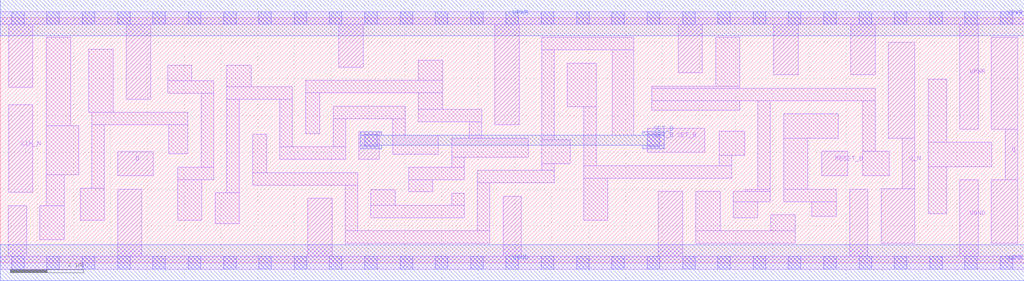
<source format=lef>
# Copyright 2020 The SkyWater PDK Authors
#
# Licensed under the Apache License, Version 2.0 (the "License");
# you may not use this file except in compliance with the License.
# You may obtain a copy of the License at
#
#     https://www.apache.org/licenses/LICENSE-2.0
#
# Unless required by applicable law or agreed to in writing, software
# distributed under the License is distributed on an "AS IS" BASIS,
# WITHOUT WARRANTIES OR CONDITIONS OF ANY KIND, either express or implied.
# See the License for the specific language governing permissions and
# limitations under the License.
#
# SPDX-License-Identifier: Apache-2.0

VERSION 5.7 ;
  NAMESCASESENSITIVE ON ;
  NOWIREEXTENSIONATPIN ON ;
  DIVIDERCHAR "/" ;
  BUSBITCHARS "[]" ;
UNITS
  DATABASE MICRONS 200 ;
END UNITS
MACRO sky130_fd_sc_lp__dfbbn_1
  CLASS CORE ;
  SOURCE USER ;
  FOREIGN sky130_fd_sc_lp__dfbbn_1 ;
  ORIGIN  0.000000  0.000000 ;
  SIZE  13.92000 BY  3.330000 ;
  SYMMETRY X Y R90 ;
  SITE unit ;
  PIN D
    ANTENNAGATEAREA  0.126000 ;
    DIRECTION INPUT ;
    USE SIGNAL ;
    PORT
      LAYER li1 ;
        RECT 1.595000 1.180000 2.080000 1.510000 ;
    END
  END D
  PIN Q
    ANTENNADIFFAREA  0.598500 ;
    DIRECTION OUTPUT ;
    USE SIGNAL ;
    PORT
      LAYER li1 ;
        RECT 13.475000 0.265000 13.830000 1.125000 ;
        RECT 13.475000 1.815000 13.830000 3.065000 ;
        RECT 13.660000 1.125000 13.830000 1.815000 ;
    END
  END Q
  PIN Q_N
    ANTENNADIFFAREA  0.585900 ;
    DIRECTION OUTPUT ;
    USE SIGNAL ;
    PORT
      LAYER li1 ;
        RECT 11.975000 0.265000 12.435000 1.005000 ;
        RECT 12.075000 1.695000 12.435000 2.995000 ;
        RECT 12.265000 1.005000 12.435000 1.695000 ;
    END
  END Q_N
  PIN RESET_B
    ANTENNAGATEAREA  0.159000 ;
    DIRECTION INPUT ;
    USE SIGNAL ;
    PORT
      LAYER li1 ;
        RECT 11.165000 1.180000 11.520000 1.515000 ;
    END
  END RESET_B
  PIN SET_B
    ANTENNAGATEAREA  0.444000 ;
    DIRECTION INPUT ;
    USE SIGNAL ;
    PORT
      LAYER li1 ;
        RECT 4.875000 1.405000 5.155000 1.780000 ;
        RECT 8.795000 1.500000 9.580000 1.830000 ;
      LAYER mcon ;
        RECT 4.955000 1.580000 5.125000 1.750000 ;
        RECT 8.795000 1.580000 8.965000 1.750000 ;
      LAYER met1 ;
        RECT 4.895000 1.550000 5.185000 1.595000 ;
        RECT 4.895000 1.595000 9.025000 1.735000 ;
        RECT 4.895000 1.735000 5.185000 1.780000 ;
        RECT 8.735000 1.550000 9.025000 1.595000 ;
        RECT 8.735000 1.735000 9.025000 1.780000 ;
    END
  END SET_B
  PIN CLK_N
    ANTENNAGATEAREA  0.159000 ;
    DIRECTION INPUT ;
    USE CLOCK ;
    PORT
      LAYER li1 ;
        RECT 0.115000 0.955000 0.445000 2.150000 ;
    END
  END CLK_N
  PIN VGND
    DIRECTION INOUT ;
    USE GROUND ;
    PORT
      LAYER li1 ;
        RECT  0.000000 -0.085000 13.920000 0.085000 ;
        RECT  0.110000  0.085000  0.360000 0.775000 ;
        RECT  1.595000  0.085000  1.925000 1.000000 ;
        RECT  4.180000  0.085000  4.510000 0.875000 ;
        RECT  6.835000  0.085000  7.085000 0.905000 ;
        RECT  8.945000  0.085000  9.275000 0.970000 ;
        RECT 11.545000  0.085000 11.795000 1.000000 ;
        RECT 13.045000  0.085000 13.295000 1.125000 ;
      LAYER mcon ;
        RECT  0.155000 -0.085000  0.325000 0.085000 ;
        RECT  0.635000 -0.085000  0.805000 0.085000 ;
        RECT  1.115000 -0.085000  1.285000 0.085000 ;
        RECT  1.595000 -0.085000  1.765000 0.085000 ;
        RECT  2.075000 -0.085000  2.245000 0.085000 ;
        RECT  2.555000 -0.085000  2.725000 0.085000 ;
        RECT  3.035000 -0.085000  3.205000 0.085000 ;
        RECT  3.515000 -0.085000  3.685000 0.085000 ;
        RECT  3.995000 -0.085000  4.165000 0.085000 ;
        RECT  4.475000 -0.085000  4.645000 0.085000 ;
        RECT  4.955000 -0.085000  5.125000 0.085000 ;
        RECT  5.435000 -0.085000  5.605000 0.085000 ;
        RECT  5.915000 -0.085000  6.085000 0.085000 ;
        RECT  6.395000 -0.085000  6.565000 0.085000 ;
        RECT  6.875000 -0.085000  7.045000 0.085000 ;
        RECT  7.355000 -0.085000  7.525000 0.085000 ;
        RECT  7.835000 -0.085000  8.005000 0.085000 ;
        RECT  8.315000 -0.085000  8.485000 0.085000 ;
        RECT  8.795000 -0.085000  8.965000 0.085000 ;
        RECT  9.275000 -0.085000  9.445000 0.085000 ;
        RECT  9.755000 -0.085000  9.925000 0.085000 ;
        RECT 10.235000 -0.085000 10.405000 0.085000 ;
        RECT 10.715000 -0.085000 10.885000 0.085000 ;
        RECT 11.195000 -0.085000 11.365000 0.085000 ;
        RECT 11.675000 -0.085000 11.845000 0.085000 ;
        RECT 12.155000 -0.085000 12.325000 0.085000 ;
        RECT 12.635000 -0.085000 12.805000 0.085000 ;
        RECT 13.115000 -0.085000 13.285000 0.085000 ;
        RECT 13.595000 -0.085000 13.765000 0.085000 ;
      LAYER met1 ;
        RECT 0.000000 -0.245000 13.920000 0.245000 ;
    END
  END VGND
  PIN VPWR
    DIRECTION INOUT ;
    USE POWER ;
    PORT
      LAYER li1 ;
        RECT  0.000000 3.245000 13.920000 3.415000 ;
        RECT  0.115000 2.385000  0.445000 3.245000 ;
        RECT  1.715000 2.225000  2.045000 3.245000 ;
        RECT  4.605000 2.660000  4.935000 3.245000 ;
        RECT  6.725000 1.875000  7.055000 3.245000 ;
        RECT  9.215000 2.580000  9.545000 3.245000 ;
        RECT 10.515000 2.555000 10.845000 3.245000 ;
        RECT 11.565000 2.555000 11.895000 3.245000 ;
        RECT 13.045000 1.815000 13.295000 3.245000 ;
      LAYER mcon ;
        RECT  0.155000 3.245000  0.325000 3.415000 ;
        RECT  0.635000 3.245000  0.805000 3.415000 ;
        RECT  1.115000 3.245000  1.285000 3.415000 ;
        RECT  1.595000 3.245000  1.765000 3.415000 ;
        RECT  2.075000 3.245000  2.245000 3.415000 ;
        RECT  2.555000 3.245000  2.725000 3.415000 ;
        RECT  3.035000 3.245000  3.205000 3.415000 ;
        RECT  3.515000 3.245000  3.685000 3.415000 ;
        RECT  3.995000 3.245000  4.165000 3.415000 ;
        RECT  4.475000 3.245000  4.645000 3.415000 ;
        RECT  4.955000 3.245000  5.125000 3.415000 ;
        RECT  5.435000 3.245000  5.605000 3.415000 ;
        RECT  5.915000 3.245000  6.085000 3.415000 ;
        RECT  6.395000 3.245000  6.565000 3.415000 ;
        RECT  6.875000 3.245000  7.045000 3.415000 ;
        RECT  7.355000 3.245000  7.525000 3.415000 ;
        RECT  7.835000 3.245000  8.005000 3.415000 ;
        RECT  8.315000 3.245000  8.485000 3.415000 ;
        RECT  8.795000 3.245000  8.965000 3.415000 ;
        RECT  9.275000 3.245000  9.445000 3.415000 ;
        RECT  9.755000 3.245000  9.925000 3.415000 ;
        RECT 10.235000 3.245000 10.405000 3.415000 ;
        RECT 10.715000 3.245000 10.885000 3.415000 ;
        RECT 11.195000 3.245000 11.365000 3.415000 ;
        RECT 11.675000 3.245000 11.845000 3.415000 ;
        RECT 12.155000 3.245000 12.325000 3.415000 ;
        RECT 12.635000 3.245000 12.805000 3.415000 ;
        RECT 13.115000 3.245000 13.285000 3.415000 ;
        RECT 13.595000 3.245000 13.765000 3.415000 ;
      LAYER met1 ;
        RECT 0.000000 3.085000 13.920000 3.575000 ;
    END
  END VPWR
  OBS
    LAYER li1 ;
      RECT  0.540000 0.315000  0.870000 0.775000 ;
      RECT  0.625000 0.775000  0.870000 1.195000 ;
      RECT  0.625000 1.195000  1.065000 1.865000 ;
      RECT  0.625000 1.865000  0.955000 3.065000 ;
      RECT  1.085000 0.575000  1.415000 1.015000 ;
      RECT  1.205000 2.045000  1.535000 2.905000 ;
      RECT  1.245000 1.015000  1.415000 1.875000 ;
      RECT  1.245000 1.875000  2.550000 2.045000 ;
      RECT  2.275000 2.305000  2.900000 2.475000 ;
      RECT  2.275000 2.475000  2.605000 2.685000 ;
      RECT  2.290000 1.480000  2.550000 1.875000 ;
      RECT  2.410000 0.575000  2.740000 1.130000 ;
      RECT  2.410000 1.130000  2.900000 1.300000 ;
      RECT  2.730000 1.300000  2.900000 2.305000 ;
      RECT  2.920000 0.530000  3.250000 0.950000 ;
      RECT  3.080000 0.950000  3.250000 2.225000 ;
      RECT  3.080000 2.225000  3.970000 2.395000 ;
      RECT  3.080000 2.395000  3.410000 2.685000 ;
      RECT  3.430000 1.055000  4.860000 1.225000 ;
      RECT  3.430000 1.225000  3.620000 1.750000 ;
      RECT  3.800000 1.405000  4.695000 1.575000 ;
      RECT  3.800000 1.575000  3.970000 2.225000 ;
      RECT  4.150000 1.755000  4.345000 2.310000 ;
      RECT  4.150000 2.310000  6.015000 2.480000 ;
      RECT  4.525000 1.575000  4.695000 1.960000 ;
      RECT  4.525000 1.960000  5.505000 2.130000 ;
      RECT  4.690000 0.265000  6.655000 0.435000 ;
      RECT  4.690000 0.435000  4.860000 1.055000 ;
      RECT  5.040000 0.615000  6.305000 0.785000 ;
      RECT  5.040000 0.785000  5.370000 0.990000 ;
      RECT  5.335000 1.475000  5.955000 1.735000 ;
      RECT  5.335000 1.735000  5.505000 1.960000 ;
      RECT  5.550000 0.965000  5.880000 1.125000 ;
      RECT  5.550000 1.125000  6.305000 1.295000 ;
      RECT  5.685000 1.915000  6.545000 2.085000 ;
      RECT  5.685000 2.085000  6.015000 2.310000 ;
      RECT  5.685000 2.480000  6.015000 2.755000 ;
      RECT  6.135000 0.785000  6.305000 0.945000 ;
      RECT  6.135000 1.295000  6.305000 1.435000 ;
      RECT  6.135000 1.435000  7.180000 1.695000 ;
      RECT  6.375000 1.695000  6.545000 1.915000 ;
      RECT  6.485000 0.435000  6.655000 1.085000 ;
      RECT  6.485000 1.085000  7.530000 1.255000 ;
      RECT  7.360000 1.255000  7.530000 1.345000 ;
      RECT  7.360000 1.345000  7.750000 1.675000 ;
      RECT  7.360000 1.675000  7.530000 2.895000 ;
      RECT  7.360000 2.895000  8.615000 3.065000 ;
      RECT  7.710000 2.120000  8.100000 2.715000 ;
      RECT  7.930000 0.575000  8.260000 1.150000 ;
      RECT  7.930000 1.150000  9.945000 1.320000 ;
      RECT  7.930000 1.320000  8.100000 2.120000 ;
      RECT  8.320000 1.730000  8.615000 2.895000 ;
      RECT  8.860000 2.070000 10.055000 2.205000 ;
      RECT  8.860000 2.205000 11.895000 2.375000 ;
      RECT  8.860000 2.375000 10.055000 2.400000 ;
      RECT  9.455000 0.265000 10.805000 0.435000 ;
      RECT  9.455000 0.435000  9.785000 0.970000 ;
      RECT  9.725000 2.400000 10.055000 3.065000 ;
      RECT  9.775000 1.320000  9.945000 1.460000 ;
      RECT  9.775000 1.460000 10.120000 1.790000 ;
      RECT  9.965000 0.615000 10.295000 0.830000 ;
      RECT  9.965000 0.830000 10.470000 0.970000 ;
      RECT 10.125000 0.970000 10.470000 1.000000 ;
      RECT 10.300000 1.000000 10.470000 2.205000 ;
      RECT 10.475000 0.435000 10.805000 0.650000 ;
      RECT 10.650000 0.830000 11.365000 1.000000 ;
      RECT 10.650000 1.000000 10.980000 1.695000 ;
      RECT 10.650000 1.695000 11.390000 2.025000 ;
      RECT 11.035000 0.635000 11.365000 0.830000 ;
      RECT 11.725000 1.185000 12.085000 1.515000 ;
      RECT 11.725000 1.515000 11.895000 2.205000 ;
      RECT 12.615000 0.665000 12.865000 1.305000 ;
      RECT 12.615000 1.305000 13.480000 1.635000 ;
      RECT 12.615000 1.635000 12.865000 2.495000 ;
  END
END sky130_fd_sc_lp__dfbbn_1

</source>
